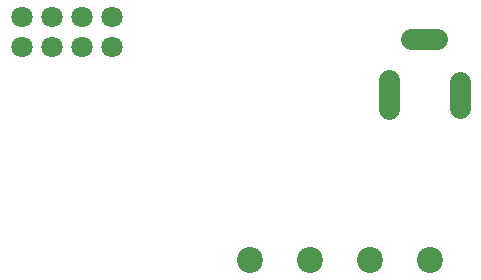
<source format=gbl>
G04 Layer: BottomLayer*
G04 EasyEDA v6.4.20.6, 2021-08-18T22:01:06+01:00*
G04 0f83d257b5034ebfbbe3f03d496d4c61,10*
G04 Gerber Generator version 0.2*
G04 Scale: 100 percent, Rotated: No, Reflected: No *
G04 Dimensions in millimeters *
G04 leading zeros omitted , absolute positions ,4 integer and 5 decimal *
%FSLAX45Y45*%
%MOMM*%

%ADD12C,2.2000*%
%ADD13C,1.8000*%

%LPD*%
D12*
G01*
X4546600Y6286500D03*
G01*
X5054600Y6286500D03*
G01*
X5562600Y6286500D03*
G01*
X6070600Y6286500D03*
D13*
G01*
X3378200Y8089900D03*
G01*
X3124200Y8089900D03*
G01*
X2870200Y8089900D03*
G01*
X2616200Y8089900D03*
G01*
X2616200Y8343900D03*
G01*
X2870200Y8343900D03*
G01*
X3124200Y8343900D03*
G01*
X3378200Y8343900D03*
X5719800Y7809621D02*
G01*
X5719800Y7569621D01*
X6319799Y7579621D02*
G01*
X6319799Y7799621D01*
X6129825Y8159953D02*
G01*
X5909825Y8159953D01*
M02*

</source>
